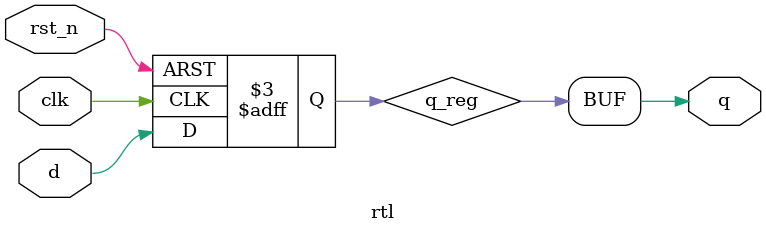
<source format=v>
module rtl(
	input	clk,
	input 	rst_n,
	input 	d,
	output	q
);
	
	reg q_reg;

	always @(posedge clk or negedge rst_n) begin
		if(rst_n == 0)
			q_reg <= 1'b0;
		else
			q_reg <= d;
	end

	assign q = q_reg;

endmodule


</source>
